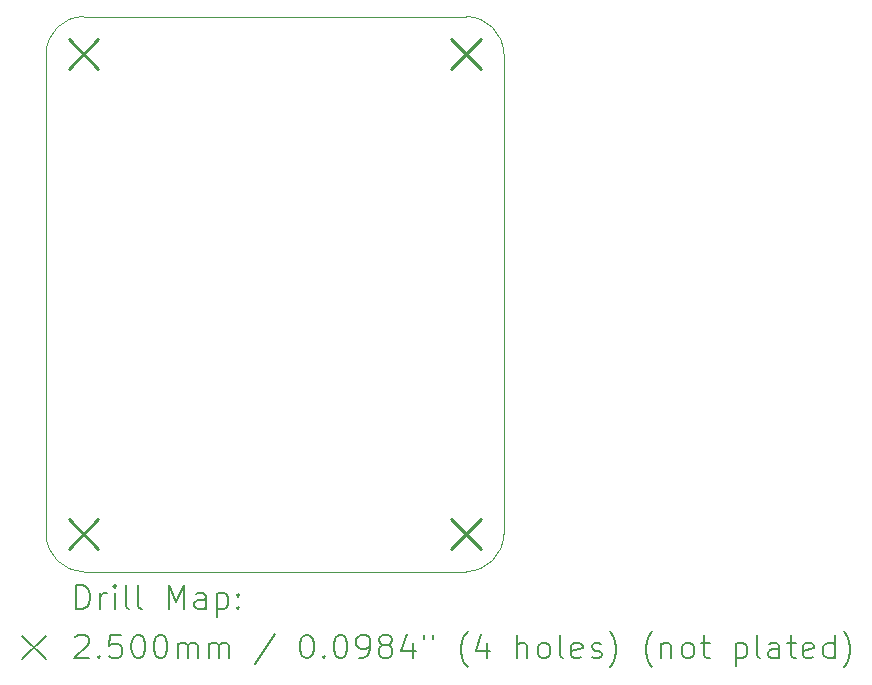
<source format=gbr>
%TF.GenerationSoftware,KiCad,Pcbnew,7.0.7*%
%TF.CreationDate,2023-09-28T15:49:43-05:00*%
%TF.ProjectId,iowa-rover-kiosk-rfid,696f7761-2d72-46f7-9665-722d6b696f73,rev?*%
%TF.SameCoordinates,Original*%
%TF.FileFunction,Drillmap*%
%TF.FilePolarity,Positive*%
%FSLAX45Y45*%
G04 Gerber Fmt 4.5, Leading zero omitted, Abs format (unit mm)*
G04 Created by KiCad (PCBNEW 7.0.7) date 2023-09-28 15:49:43*
%MOMM*%
%LPD*%
G01*
G04 APERTURE LIST*
%ADD10C,0.100000*%
%ADD11C,0.200000*%
%ADD12C,0.250000*%
G04 APERTURE END LIST*
D10*
X10287000Y-2857500D02*
G75*
G03*
X9969500Y-3175000I0J-317500D01*
G01*
X10287000Y-2857500D02*
X13525500Y-2857500D01*
X13525500Y-7556500D02*
X10287000Y-7556500D01*
X13843000Y-3175000D02*
G75*
G03*
X13525500Y-2857500I-317500J0D01*
G01*
X13843000Y-3175000D02*
X13843000Y-7239000D01*
X9969500Y-7239000D02*
G75*
G03*
X10287000Y-7556500I317500J0D01*
G01*
X13525500Y-7556500D02*
G75*
G03*
X13843000Y-7239000I0J317500D01*
G01*
X9969500Y-7239000D02*
X9969500Y-3175000D01*
D11*
D12*
X10162000Y-3050000D02*
X10412000Y-3300000D01*
X10412000Y-3050000D02*
X10162000Y-3300000D01*
X10162000Y-7114000D02*
X10412000Y-7364000D01*
X10412000Y-7114000D02*
X10162000Y-7364000D01*
X13400500Y-3050000D02*
X13650500Y-3300000D01*
X13650500Y-3050000D02*
X13400500Y-3300000D01*
X13400500Y-7114000D02*
X13650500Y-7364000D01*
X13650500Y-7114000D02*
X13400500Y-7364000D01*
D11*
X10225277Y-7872984D02*
X10225277Y-7672984D01*
X10225277Y-7672984D02*
X10272896Y-7672984D01*
X10272896Y-7672984D02*
X10301467Y-7682508D01*
X10301467Y-7682508D02*
X10320515Y-7701555D01*
X10320515Y-7701555D02*
X10330039Y-7720603D01*
X10330039Y-7720603D02*
X10339563Y-7758698D01*
X10339563Y-7758698D02*
X10339563Y-7787269D01*
X10339563Y-7787269D02*
X10330039Y-7825365D01*
X10330039Y-7825365D02*
X10320515Y-7844412D01*
X10320515Y-7844412D02*
X10301467Y-7863460D01*
X10301467Y-7863460D02*
X10272896Y-7872984D01*
X10272896Y-7872984D02*
X10225277Y-7872984D01*
X10425277Y-7872984D02*
X10425277Y-7739650D01*
X10425277Y-7777746D02*
X10434801Y-7758698D01*
X10434801Y-7758698D02*
X10444324Y-7749174D01*
X10444324Y-7749174D02*
X10463372Y-7739650D01*
X10463372Y-7739650D02*
X10482420Y-7739650D01*
X10549086Y-7872984D02*
X10549086Y-7739650D01*
X10549086Y-7672984D02*
X10539563Y-7682508D01*
X10539563Y-7682508D02*
X10549086Y-7692031D01*
X10549086Y-7692031D02*
X10558610Y-7682508D01*
X10558610Y-7682508D02*
X10549086Y-7672984D01*
X10549086Y-7672984D02*
X10549086Y-7692031D01*
X10672896Y-7872984D02*
X10653848Y-7863460D01*
X10653848Y-7863460D02*
X10644324Y-7844412D01*
X10644324Y-7844412D02*
X10644324Y-7672984D01*
X10777658Y-7872984D02*
X10758610Y-7863460D01*
X10758610Y-7863460D02*
X10749086Y-7844412D01*
X10749086Y-7844412D02*
X10749086Y-7672984D01*
X11006229Y-7872984D02*
X11006229Y-7672984D01*
X11006229Y-7672984D02*
X11072896Y-7815841D01*
X11072896Y-7815841D02*
X11139563Y-7672984D01*
X11139563Y-7672984D02*
X11139563Y-7872984D01*
X11320515Y-7872984D02*
X11320515Y-7768222D01*
X11320515Y-7768222D02*
X11310991Y-7749174D01*
X11310991Y-7749174D02*
X11291943Y-7739650D01*
X11291943Y-7739650D02*
X11253848Y-7739650D01*
X11253848Y-7739650D02*
X11234801Y-7749174D01*
X11320515Y-7863460D02*
X11301467Y-7872984D01*
X11301467Y-7872984D02*
X11253848Y-7872984D01*
X11253848Y-7872984D02*
X11234801Y-7863460D01*
X11234801Y-7863460D02*
X11225277Y-7844412D01*
X11225277Y-7844412D02*
X11225277Y-7825365D01*
X11225277Y-7825365D02*
X11234801Y-7806317D01*
X11234801Y-7806317D02*
X11253848Y-7796793D01*
X11253848Y-7796793D02*
X11301467Y-7796793D01*
X11301467Y-7796793D02*
X11320515Y-7787269D01*
X11415753Y-7739650D02*
X11415753Y-7939650D01*
X11415753Y-7749174D02*
X11434801Y-7739650D01*
X11434801Y-7739650D02*
X11472896Y-7739650D01*
X11472896Y-7739650D02*
X11491943Y-7749174D01*
X11491943Y-7749174D02*
X11501467Y-7758698D01*
X11501467Y-7758698D02*
X11510991Y-7777746D01*
X11510991Y-7777746D02*
X11510991Y-7834888D01*
X11510991Y-7834888D02*
X11501467Y-7853936D01*
X11501467Y-7853936D02*
X11491943Y-7863460D01*
X11491943Y-7863460D02*
X11472896Y-7872984D01*
X11472896Y-7872984D02*
X11434801Y-7872984D01*
X11434801Y-7872984D02*
X11415753Y-7863460D01*
X11596705Y-7853936D02*
X11606229Y-7863460D01*
X11606229Y-7863460D02*
X11596705Y-7872984D01*
X11596705Y-7872984D02*
X11587182Y-7863460D01*
X11587182Y-7863460D02*
X11596705Y-7853936D01*
X11596705Y-7853936D02*
X11596705Y-7872984D01*
X11596705Y-7749174D02*
X11606229Y-7758698D01*
X11606229Y-7758698D02*
X11596705Y-7768222D01*
X11596705Y-7768222D02*
X11587182Y-7758698D01*
X11587182Y-7758698D02*
X11596705Y-7749174D01*
X11596705Y-7749174D02*
X11596705Y-7768222D01*
X9764500Y-8101500D02*
X9964500Y-8301500D01*
X9964500Y-8101500D02*
X9764500Y-8301500D01*
X10215753Y-8112031D02*
X10225277Y-8102508D01*
X10225277Y-8102508D02*
X10244324Y-8092984D01*
X10244324Y-8092984D02*
X10291944Y-8092984D01*
X10291944Y-8092984D02*
X10310991Y-8102508D01*
X10310991Y-8102508D02*
X10320515Y-8112031D01*
X10320515Y-8112031D02*
X10330039Y-8131079D01*
X10330039Y-8131079D02*
X10330039Y-8150127D01*
X10330039Y-8150127D02*
X10320515Y-8178698D01*
X10320515Y-8178698D02*
X10206229Y-8292984D01*
X10206229Y-8292984D02*
X10330039Y-8292984D01*
X10415753Y-8273936D02*
X10425277Y-8283460D01*
X10425277Y-8283460D02*
X10415753Y-8292984D01*
X10415753Y-8292984D02*
X10406229Y-8283460D01*
X10406229Y-8283460D02*
X10415753Y-8273936D01*
X10415753Y-8273936D02*
X10415753Y-8292984D01*
X10606229Y-8092984D02*
X10510991Y-8092984D01*
X10510991Y-8092984D02*
X10501467Y-8188222D01*
X10501467Y-8188222D02*
X10510991Y-8178698D01*
X10510991Y-8178698D02*
X10530039Y-8169174D01*
X10530039Y-8169174D02*
X10577658Y-8169174D01*
X10577658Y-8169174D02*
X10596705Y-8178698D01*
X10596705Y-8178698D02*
X10606229Y-8188222D01*
X10606229Y-8188222D02*
X10615753Y-8207269D01*
X10615753Y-8207269D02*
X10615753Y-8254888D01*
X10615753Y-8254888D02*
X10606229Y-8273936D01*
X10606229Y-8273936D02*
X10596705Y-8283460D01*
X10596705Y-8283460D02*
X10577658Y-8292984D01*
X10577658Y-8292984D02*
X10530039Y-8292984D01*
X10530039Y-8292984D02*
X10510991Y-8283460D01*
X10510991Y-8283460D02*
X10501467Y-8273936D01*
X10739563Y-8092984D02*
X10758610Y-8092984D01*
X10758610Y-8092984D02*
X10777658Y-8102508D01*
X10777658Y-8102508D02*
X10787182Y-8112031D01*
X10787182Y-8112031D02*
X10796705Y-8131079D01*
X10796705Y-8131079D02*
X10806229Y-8169174D01*
X10806229Y-8169174D02*
X10806229Y-8216793D01*
X10806229Y-8216793D02*
X10796705Y-8254888D01*
X10796705Y-8254888D02*
X10787182Y-8273936D01*
X10787182Y-8273936D02*
X10777658Y-8283460D01*
X10777658Y-8283460D02*
X10758610Y-8292984D01*
X10758610Y-8292984D02*
X10739563Y-8292984D01*
X10739563Y-8292984D02*
X10720515Y-8283460D01*
X10720515Y-8283460D02*
X10710991Y-8273936D01*
X10710991Y-8273936D02*
X10701467Y-8254888D01*
X10701467Y-8254888D02*
X10691944Y-8216793D01*
X10691944Y-8216793D02*
X10691944Y-8169174D01*
X10691944Y-8169174D02*
X10701467Y-8131079D01*
X10701467Y-8131079D02*
X10710991Y-8112031D01*
X10710991Y-8112031D02*
X10720515Y-8102508D01*
X10720515Y-8102508D02*
X10739563Y-8092984D01*
X10930039Y-8092984D02*
X10949086Y-8092984D01*
X10949086Y-8092984D02*
X10968134Y-8102508D01*
X10968134Y-8102508D02*
X10977658Y-8112031D01*
X10977658Y-8112031D02*
X10987182Y-8131079D01*
X10987182Y-8131079D02*
X10996705Y-8169174D01*
X10996705Y-8169174D02*
X10996705Y-8216793D01*
X10996705Y-8216793D02*
X10987182Y-8254888D01*
X10987182Y-8254888D02*
X10977658Y-8273936D01*
X10977658Y-8273936D02*
X10968134Y-8283460D01*
X10968134Y-8283460D02*
X10949086Y-8292984D01*
X10949086Y-8292984D02*
X10930039Y-8292984D01*
X10930039Y-8292984D02*
X10910991Y-8283460D01*
X10910991Y-8283460D02*
X10901467Y-8273936D01*
X10901467Y-8273936D02*
X10891944Y-8254888D01*
X10891944Y-8254888D02*
X10882420Y-8216793D01*
X10882420Y-8216793D02*
X10882420Y-8169174D01*
X10882420Y-8169174D02*
X10891944Y-8131079D01*
X10891944Y-8131079D02*
X10901467Y-8112031D01*
X10901467Y-8112031D02*
X10910991Y-8102508D01*
X10910991Y-8102508D02*
X10930039Y-8092984D01*
X11082420Y-8292984D02*
X11082420Y-8159650D01*
X11082420Y-8178698D02*
X11091944Y-8169174D01*
X11091944Y-8169174D02*
X11110991Y-8159650D01*
X11110991Y-8159650D02*
X11139563Y-8159650D01*
X11139563Y-8159650D02*
X11158610Y-8169174D01*
X11158610Y-8169174D02*
X11168134Y-8188222D01*
X11168134Y-8188222D02*
X11168134Y-8292984D01*
X11168134Y-8188222D02*
X11177658Y-8169174D01*
X11177658Y-8169174D02*
X11196705Y-8159650D01*
X11196705Y-8159650D02*
X11225277Y-8159650D01*
X11225277Y-8159650D02*
X11244324Y-8169174D01*
X11244324Y-8169174D02*
X11253848Y-8188222D01*
X11253848Y-8188222D02*
X11253848Y-8292984D01*
X11349086Y-8292984D02*
X11349086Y-8159650D01*
X11349086Y-8178698D02*
X11358610Y-8169174D01*
X11358610Y-8169174D02*
X11377658Y-8159650D01*
X11377658Y-8159650D02*
X11406229Y-8159650D01*
X11406229Y-8159650D02*
X11425277Y-8169174D01*
X11425277Y-8169174D02*
X11434801Y-8188222D01*
X11434801Y-8188222D02*
X11434801Y-8292984D01*
X11434801Y-8188222D02*
X11444324Y-8169174D01*
X11444324Y-8169174D02*
X11463372Y-8159650D01*
X11463372Y-8159650D02*
X11491943Y-8159650D01*
X11491943Y-8159650D02*
X11510991Y-8169174D01*
X11510991Y-8169174D02*
X11520515Y-8188222D01*
X11520515Y-8188222D02*
X11520515Y-8292984D01*
X11910991Y-8083460D02*
X11739563Y-8340603D01*
X12168134Y-8092984D02*
X12187182Y-8092984D01*
X12187182Y-8092984D02*
X12206229Y-8102508D01*
X12206229Y-8102508D02*
X12215753Y-8112031D01*
X12215753Y-8112031D02*
X12225277Y-8131079D01*
X12225277Y-8131079D02*
X12234801Y-8169174D01*
X12234801Y-8169174D02*
X12234801Y-8216793D01*
X12234801Y-8216793D02*
X12225277Y-8254888D01*
X12225277Y-8254888D02*
X12215753Y-8273936D01*
X12215753Y-8273936D02*
X12206229Y-8283460D01*
X12206229Y-8283460D02*
X12187182Y-8292984D01*
X12187182Y-8292984D02*
X12168134Y-8292984D01*
X12168134Y-8292984D02*
X12149086Y-8283460D01*
X12149086Y-8283460D02*
X12139563Y-8273936D01*
X12139563Y-8273936D02*
X12130039Y-8254888D01*
X12130039Y-8254888D02*
X12120515Y-8216793D01*
X12120515Y-8216793D02*
X12120515Y-8169174D01*
X12120515Y-8169174D02*
X12130039Y-8131079D01*
X12130039Y-8131079D02*
X12139563Y-8112031D01*
X12139563Y-8112031D02*
X12149086Y-8102508D01*
X12149086Y-8102508D02*
X12168134Y-8092984D01*
X12320515Y-8273936D02*
X12330039Y-8283460D01*
X12330039Y-8283460D02*
X12320515Y-8292984D01*
X12320515Y-8292984D02*
X12310991Y-8283460D01*
X12310991Y-8283460D02*
X12320515Y-8273936D01*
X12320515Y-8273936D02*
X12320515Y-8292984D01*
X12453848Y-8092984D02*
X12472896Y-8092984D01*
X12472896Y-8092984D02*
X12491944Y-8102508D01*
X12491944Y-8102508D02*
X12501467Y-8112031D01*
X12501467Y-8112031D02*
X12510991Y-8131079D01*
X12510991Y-8131079D02*
X12520515Y-8169174D01*
X12520515Y-8169174D02*
X12520515Y-8216793D01*
X12520515Y-8216793D02*
X12510991Y-8254888D01*
X12510991Y-8254888D02*
X12501467Y-8273936D01*
X12501467Y-8273936D02*
X12491944Y-8283460D01*
X12491944Y-8283460D02*
X12472896Y-8292984D01*
X12472896Y-8292984D02*
X12453848Y-8292984D01*
X12453848Y-8292984D02*
X12434801Y-8283460D01*
X12434801Y-8283460D02*
X12425277Y-8273936D01*
X12425277Y-8273936D02*
X12415753Y-8254888D01*
X12415753Y-8254888D02*
X12406229Y-8216793D01*
X12406229Y-8216793D02*
X12406229Y-8169174D01*
X12406229Y-8169174D02*
X12415753Y-8131079D01*
X12415753Y-8131079D02*
X12425277Y-8112031D01*
X12425277Y-8112031D02*
X12434801Y-8102508D01*
X12434801Y-8102508D02*
X12453848Y-8092984D01*
X12615753Y-8292984D02*
X12653848Y-8292984D01*
X12653848Y-8292984D02*
X12672896Y-8283460D01*
X12672896Y-8283460D02*
X12682420Y-8273936D01*
X12682420Y-8273936D02*
X12701467Y-8245365D01*
X12701467Y-8245365D02*
X12710991Y-8207269D01*
X12710991Y-8207269D02*
X12710991Y-8131079D01*
X12710991Y-8131079D02*
X12701467Y-8112031D01*
X12701467Y-8112031D02*
X12691944Y-8102508D01*
X12691944Y-8102508D02*
X12672896Y-8092984D01*
X12672896Y-8092984D02*
X12634801Y-8092984D01*
X12634801Y-8092984D02*
X12615753Y-8102508D01*
X12615753Y-8102508D02*
X12606229Y-8112031D01*
X12606229Y-8112031D02*
X12596706Y-8131079D01*
X12596706Y-8131079D02*
X12596706Y-8178698D01*
X12596706Y-8178698D02*
X12606229Y-8197746D01*
X12606229Y-8197746D02*
X12615753Y-8207269D01*
X12615753Y-8207269D02*
X12634801Y-8216793D01*
X12634801Y-8216793D02*
X12672896Y-8216793D01*
X12672896Y-8216793D02*
X12691944Y-8207269D01*
X12691944Y-8207269D02*
X12701467Y-8197746D01*
X12701467Y-8197746D02*
X12710991Y-8178698D01*
X12825277Y-8178698D02*
X12806229Y-8169174D01*
X12806229Y-8169174D02*
X12796706Y-8159650D01*
X12796706Y-8159650D02*
X12787182Y-8140603D01*
X12787182Y-8140603D02*
X12787182Y-8131079D01*
X12787182Y-8131079D02*
X12796706Y-8112031D01*
X12796706Y-8112031D02*
X12806229Y-8102508D01*
X12806229Y-8102508D02*
X12825277Y-8092984D01*
X12825277Y-8092984D02*
X12863372Y-8092984D01*
X12863372Y-8092984D02*
X12882420Y-8102508D01*
X12882420Y-8102508D02*
X12891944Y-8112031D01*
X12891944Y-8112031D02*
X12901467Y-8131079D01*
X12901467Y-8131079D02*
X12901467Y-8140603D01*
X12901467Y-8140603D02*
X12891944Y-8159650D01*
X12891944Y-8159650D02*
X12882420Y-8169174D01*
X12882420Y-8169174D02*
X12863372Y-8178698D01*
X12863372Y-8178698D02*
X12825277Y-8178698D01*
X12825277Y-8178698D02*
X12806229Y-8188222D01*
X12806229Y-8188222D02*
X12796706Y-8197746D01*
X12796706Y-8197746D02*
X12787182Y-8216793D01*
X12787182Y-8216793D02*
X12787182Y-8254888D01*
X12787182Y-8254888D02*
X12796706Y-8273936D01*
X12796706Y-8273936D02*
X12806229Y-8283460D01*
X12806229Y-8283460D02*
X12825277Y-8292984D01*
X12825277Y-8292984D02*
X12863372Y-8292984D01*
X12863372Y-8292984D02*
X12882420Y-8283460D01*
X12882420Y-8283460D02*
X12891944Y-8273936D01*
X12891944Y-8273936D02*
X12901467Y-8254888D01*
X12901467Y-8254888D02*
X12901467Y-8216793D01*
X12901467Y-8216793D02*
X12891944Y-8197746D01*
X12891944Y-8197746D02*
X12882420Y-8188222D01*
X12882420Y-8188222D02*
X12863372Y-8178698D01*
X13072896Y-8159650D02*
X13072896Y-8292984D01*
X13025277Y-8083460D02*
X12977658Y-8226317D01*
X12977658Y-8226317D02*
X13101467Y-8226317D01*
X13168134Y-8092984D02*
X13168134Y-8131079D01*
X13244325Y-8092984D02*
X13244325Y-8131079D01*
X13539563Y-8369174D02*
X13530039Y-8359650D01*
X13530039Y-8359650D02*
X13510991Y-8331079D01*
X13510991Y-8331079D02*
X13501468Y-8312031D01*
X13501468Y-8312031D02*
X13491944Y-8283460D01*
X13491944Y-8283460D02*
X13482420Y-8235841D01*
X13482420Y-8235841D02*
X13482420Y-8197746D01*
X13482420Y-8197746D02*
X13491944Y-8150127D01*
X13491944Y-8150127D02*
X13501468Y-8121555D01*
X13501468Y-8121555D02*
X13510991Y-8102508D01*
X13510991Y-8102508D02*
X13530039Y-8073936D01*
X13530039Y-8073936D02*
X13539563Y-8064412D01*
X13701468Y-8159650D02*
X13701468Y-8292984D01*
X13653848Y-8083460D02*
X13606229Y-8226317D01*
X13606229Y-8226317D02*
X13730039Y-8226317D01*
X13958610Y-8292984D02*
X13958610Y-8092984D01*
X14044325Y-8292984D02*
X14044325Y-8188222D01*
X14044325Y-8188222D02*
X14034801Y-8169174D01*
X14034801Y-8169174D02*
X14015753Y-8159650D01*
X14015753Y-8159650D02*
X13987182Y-8159650D01*
X13987182Y-8159650D02*
X13968134Y-8169174D01*
X13968134Y-8169174D02*
X13958610Y-8178698D01*
X14168134Y-8292984D02*
X14149087Y-8283460D01*
X14149087Y-8283460D02*
X14139563Y-8273936D01*
X14139563Y-8273936D02*
X14130039Y-8254888D01*
X14130039Y-8254888D02*
X14130039Y-8197746D01*
X14130039Y-8197746D02*
X14139563Y-8178698D01*
X14139563Y-8178698D02*
X14149087Y-8169174D01*
X14149087Y-8169174D02*
X14168134Y-8159650D01*
X14168134Y-8159650D02*
X14196706Y-8159650D01*
X14196706Y-8159650D02*
X14215753Y-8169174D01*
X14215753Y-8169174D02*
X14225277Y-8178698D01*
X14225277Y-8178698D02*
X14234801Y-8197746D01*
X14234801Y-8197746D02*
X14234801Y-8254888D01*
X14234801Y-8254888D02*
X14225277Y-8273936D01*
X14225277Y-8273936D02*
X14215753Y-8283460D01*
X14215753Y-8283460D02*
X14196706Y-8292984D01*
X14196706Y-8292984D02*
X14168134Y-8292984D01*
X14349087Y-8292984D02*
X14330039Y-8283460D01*
X14330039Y-8283460D02*
X14320515Y-8264412D01*
X14320515Y-8264412D02*
X14320515Y-8092984D01*
X14501468Y-8283460D02*
X14482420Y-8292984D01*
X14482420Y-8292984D02*
X14444325Y-8292984D01*
X14444325Y-8292984D02*
X14425277Y-8283460D01*
X14425277Y-8283460D02*
X14415753Y-8264412D01*
X14415753Y-8264412D02*
X14415753Y-8188222D01*
X14415753Y-8188222D02*
X14425277Y-8169174D01*
X14425277Y-8169174D02*
X14444325Y-8159650D01*
X14444325Y-8159650D02*
X14482420Y-8159650D01*
X14482420Y-8159650D02*
X14501468Y-8169174D01*
X14501468Y-8169174D02*
X14510991Y-8188222D01*
X14510991Y-8188222D02*
X14510991Y-8207269D01*
X14510991Y-8207269D02*
X14415753Y-8226317D01*
X14587182Y-8283460D02*
X14606230Y-8292984D01*
X14606230Y-8292984D02*
X14644325Y-8292984D01*
X14644325Y-8292984D02*
X14663372Y-8283460D01*
X14663372Y-8283460D02*
X14672896Y-8264412D01*
X14672896Y-8264412D02*
X14672896Y-8254888D01*
X14672896Y-8254888D02*
X14663372Y-8235841D01*
X14663372Y-8235841D02*
X14644325Y-8226317D01*
X14644325Y-8226317D02*
X14615753Y-8226317D01*
X14615753Y-8226317D02*
X14596706Y-8216793D01*
X14596706Y-8216793D02*
X14587182Y-8197746D01*
X14587182Y-8197746D02*
X14587182Y-8188222D01*
X14587182Y-8188222D02*
X14596706Y-8169174D01*
X14596706Y-8169174D02*
X14615753Y-8159650D01*
X14615753Y-8159650D02*
X14644325Y-8159650D01*
X14644325Y-8159650D02*
X14663372Y-8169174D01*
X14739563Y-8369174D02*
X14749087Y-8359650D01*
X14749087Y-8359650D02*
X14768134Y-8331079D01*
X14768134Y-8331079D02*
X14777658Y-8312031D01*
X14777658Y-8312031D02*
X14787182Y-8283460D01*
X14787182Y-8283460D02*
X14796706Y-8235841D01*
X14796706Y-8235841D02*
X14796706Y-8197746D01*
X14796706Y-8197746D02*
X14787182Y-8150127D01*
X14787182Y-8150127D02*
X14777658Y-8121555D01*
X14777658Y-8121555D02*
X14768134Y-8102508D01*
X14768134Y-8102508D02*
X14749087Y-8073936D01*
X14749087Y-8073936D02*
X14739563Y-8064412D01*
X15101468Y-8369174D02*
X15091944Y-8359650D01*
X15091944Y-8359650D02*
X15072896Y-8331079D01*
X15072896Y-8331079D02*
X15063372Y-8312031D01*
X15063372Y-8312031D02*
X15053849Y-8283460D01*
X15053849Y-8283460D02*
X15044325Y-8235841D01*
X15044325Y-8235841D02*
X15044325Y-8197746D01*
X15044325Y-8197746D02*
X15053849Y-8150127D01*
X15053849Y-8150127D02*
X15063372Y-8121555D01*
X15063372Y-8121555D02*
X15072896Y-8102508D01*
X15072896Y-8102508D02*
X15091944Y-8073936D01*
X15091944Y-8073936D02*
X15101468Y-8064412D01*
X15177658Y-8159650D02*
X15177658Y-8292984D01*
X15177658Y-8178698D02*
X15187182Y-8169174D01*
X15187182Y-8169174D02*
X15206230Y-8159650D01*
X15206230Y-8159650D02*
X15234801Y-8159650D01*
X15234801Y-8159650D02*
X15253849Y-8169174D01*
X15253849Y-8169174D02*
X15263372Y-8188222D01*
X15263372Y-8188222D02*
X15263372Y-8292984D01*
X15387182Y-8292984D02*
X15368134Y-8283460D01*
X15368134Y-8283460D02*
X15358611Y-8273936D01*
X15358611Y-8273936D02*
X15349087Y-8254888D01*
X15349087Y-8254888D02*
X15349087Y-8197746D01*
X15349087Y-8197746D02*
X15358611Y-8178698D01*
X15358611Y-8178698D02*
X15368134Y-8169174D01*
X15368134Y-8169174D02*
X15387182Y-8159650D01*
X15387182Y-8159650D02*
X15415753Y-8159650D01*
X15415753Y-8159650D02*
X15434801Y-8169174D01*
X15434801Y-8169174D02*
X15444325Y-8178698D01*
X15444325Y-8178698D02*
X15453849Y-8197746D01*
X15453849Y-8197746D02*
X15453849Y-8254888D01*
X15453849Y-8254888D02*
X15444325Y-8273936D01*
X15444325Y-8273936D02*
X15434801Y-8283460D01*
X15434801Y-8283460D02*
X15415753Y-8292984D01*
X15415753Y-8292984D02*
X15387182Y-8292984D01*
X15510992Y-8159650D02*
X15587182Y-8159650D01*
X15539563Y-8092984D02*
X15539563Y-8264412D01*
X15539563Y-8264412D02*
X15549087Y-8283460D01*
X15549087Y-8283460D02*
X15568134Y-8292984D01*
X15568134Y-8292984D02*
X15587182Y-8292984D01*
X15806230Y-8159650D02*
X15806230Y-8359650D01*
X15806230Y-8169174D02*
X15825277Y-8159650D01*
X15825277Y-8159650D02*
X15863373Y-8159650D01*
X15863373Y-8159650D02*
X15882420Y-8169174D01*
X15882420Y-8169174D02*
X15891944Y-8178698D01*
X15891944Y-8178698D02*
X15901468Y-8197746D01*
X15901468Y-8197746D02*
X15901468Y-8254888D01*
X15901468Y-8254888D02*
X15891944Y-8273936D01*
X15891944Y-8273936D02*
X15882420Y-8283460D01*
X15882420Y-8283460D02*
X15863373Y-8292984D01*
X15863373Y-8292984D02*
X15825277Y-8292984D01*
X15825277Y-8292984D02*
X15806230Y-8283460D01*
X16015753Y-8292984D02*
X15996706Y-8283460D01*
X15996706Y-8283460D02*
X15987182Y-8264412D01*
X15987182Y-8264412D02*
X15987182Y-8092984D01*
X16177658Y-8292984D02*
X16177658Y-8188222D01*
X16177658Y-8188222D02*
X16168134Y-8169174D01*
X16168134Y-8169174D02*
X16149087Y-8159650D01*
X16149087Y-8159650D02*
X16110992Y-8159650D01*
X16110992Y-8159650D02*
X16091944Y-8169174D01*
X16177658Y-8283460D02*
X16158611Y-8292984D01*
X16158611Y-8292984D02*
X16110992Y-8292984D01*
X16110992Y-8292984D02*
X16091944Y-8283460D01*
X16091944Y-8283460D02*
X16082420Y-8264412D01*
X16082420Y-8264412D02*
X16082420Y-8245365D01*
X16082420Y-8245365D02*
X16091944Y-8226317D01*
X16091944Y-8226317D02*
X16110992Y-8216793D01*
X16110992Y-8216793D02*
X16158611Y-8216793D01*
X16158611Y-8216793D02*
X16177658Y-8207269D01*
X16244325Y-8159650D02*
X16320515Y-8159650D01*
X16272896Y-8092984D02*
X16272896Y-8264412D01*
X16272896Y-8264412D02*
X16282420Y-8283460D01*
X16282420Y-8283460D02*
X16301468Y-8292984D01*
X16301468Y-8292984D02*
X16320515Y-8292984D01*
X16463373Y-8283460D02*
X16444325Y-8292984D01*
X16444325Y-8292984D02*
X16406230Y-8292984D01*
X16406230Y-8292984D02*
X16387182Y-8283460D01*
X16387182Y-8283460D02*
X16377658Y-8264412D01*
X16377658Y-8264412D02*
X16377658Y-8188222D01*
X16377658Y-8188222D02*
X16387182Y-8169174D01*
X16387182Y-8169174D02*
X16406230Y-8159650D01*
X16406230Y-8159650D02*
X16444325Y-8159650D01*
X16444325Y-8159650D02*
X16463373Y-8169174D01*
X16463373Y-8169174D02*
X16472896Y-8188222D01*
X16472896Y-8188222D02*
X16472896Y-8207269D01*
X16472896Y-8207269D02*
X16377658Y-8226317D01*
X16644325Y-8292984D02*
X16644325Y-8092984D01*
X16644325Y-8283460D02*
X16625277Y-8292984D01*
X16625277Y-8292984D02*
X16587182Y-8292984D01*
X16587182Y-8292984D02*
X16568134Y-8283460D01*
X16568134Y-8283460D02*
X16558611Y-8273936D01*
X16558611Y-8273936D02*
X16549087Y-8254888D01*
X16549087Y-8254888D02*
X16549087Y-8197746D01*
X16549087Y-8197746D02*
X16558611Y-8178698D01*
X16558611Y-8178698D02*
X16568134Y-8169174D01*
X16568134Y-8169174D02*
X16587182Y-8159650D01*
X16587182Y-8159650D02*
X16625277Y-8159650D01*
X16625277Y-8159650D02*
X16644325Y-8169174D01*
X16720515Y-8369174D02*
X16730039Y-8359650D01*
X16730039Y-8359650D02*
X16749087Y-8331079D01*
X16749087Y-8331079D02*
X16758611Y-8312031D01*
X16758611Y-8312031D02*
X16768134Y-8283460D01*
X16768134Y-8283460D02*
X16777658Y-8235841D01*
X16777658Y-8235841D02*
X16777658Y-8197746D01*
X16777658Y-8197746D02*
X16768134Y-8150127D01*
X16768134Y-8150127D02*
X16758611Y-8121555D01*
X16758611Y-8121555D02*
X16749087Y-8102508D01*
X16749087Y-8102508D02*
X16730039Y-8073936D01*
X16730039Y-8073936D02*
X16720515Y-8064412D01*
M02*

</source>
